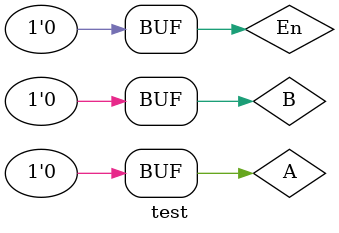
<source format=v>
`timescale 1ns / 1ps

module test();
  reg A, B, En;
  wire x0, x1, x2, x3, C, D;
  
  Decoder_2X4 d(A, B, En, x0, x1, x2, x3);
  Encoder_4X2 e(x0, x1, x2, x3, D, C);
  
  initial begin
    En = 1'b1;A = 1'b1;B = 1'b1;
  #100;
    En = 1'b1;A = 1'b1;B = 1'b0;
  #100;
    En = 1'b1;A = 1'b0;B = 1'b1;
  #100;  
    En = 1'b1;A = 1'b0;B = 1'b0;
  #100;
    En = 1'b0;A = 1'b1;B = 1'b1;
  #100;
    En = 1'b0;A = 1'b1;B = 1'b0;
  #100;
    En = 1'b0;A = 1'b0;B = 1'b1;
  #100;
    En = 1'b0;A = 1'b0;B = 1'b0;
  #100;
  end
endmodule

</source>
